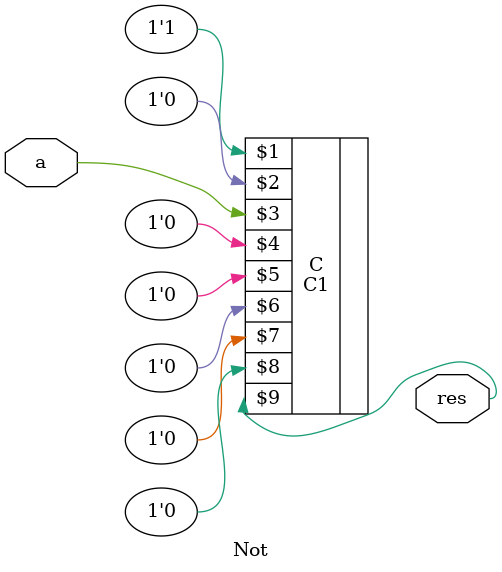
<source format=v>
module Not (input a, output res);
    C1 C (1'b1, 1'b0, a, 1'b0, 1'b0, 1'b0, 1'b0, 1'b0, res);
endmodule
</source>
